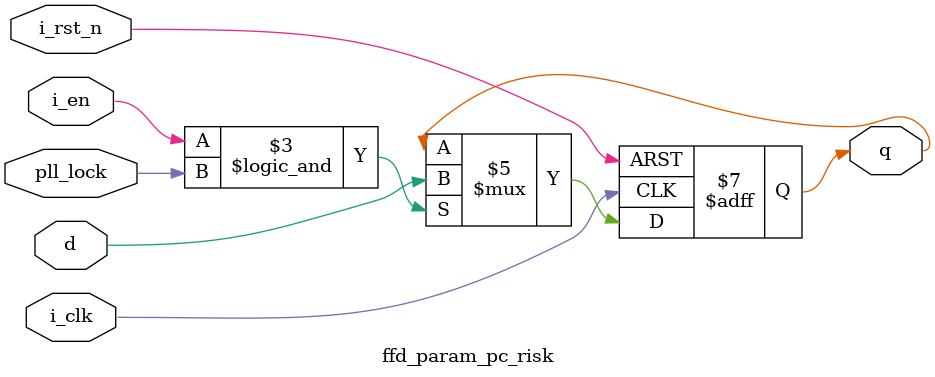
<source format=v>

module ffd_param_pc_risk #(parameter LENGTH=1)(
	//inputs
	input i_clk,
	input i_rst_n,
	input i_en,
	input pll_lock,
	input [LENGTH-1:0] d,
	//outputs
	output reg[LENGTH-1:0] q
);

//Parametrized flip flop with synchronous reset and enable signal
always@(posedge i_clk, negedge i_rst_n)
begin
	if(!i_rst_n)
		q <= 32'h400_000;  //Default risk-v address 32'h400_000
	else if(i_en && pll_lock)
		q <= d;
	else
		q <= q;
end

endmodule
</source>
